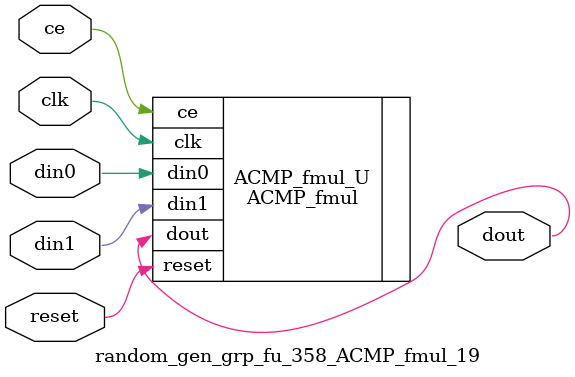
<source format=v>

`timescale 1 ns / 1 ps
module random_gen_grp_fu_358_ACMP_fmul_19(
    clk,
    reset,
    ce,
    din0,
    din1,
    dout);

parameter ID = 32'd1;
parameter NUM_STAGE = 32'd1;
parameter din0_WIDTH = 32'd1;
parameter din1_WIDTH = 32'd1;
parameter dout_WIDTH = 32'd1;
input clk;
input reset;
input ce;
input[din0_WIDTH - 1:0] din0;
input[din1_WIDTH - 1:0] din1;
output[dout_WIDTH - 1:0] dout;



ACMP_fmul #(
.ID( ID ),
.NUM_STAGE( 4 ),
.din0_WIDTH( din0_WIDTH ),
.din1_WIDTH( din1_WIDTH ),
.dout_WIDTH( dout_WIDTH ))
ACMP_fmul_U(
    .clk( clk ),
    .reset( reset ),
    .ce( ce ),
    .din0( din0 ),
    .din1( din1 ),
    .dout( dout ));

endmodule

</source>
